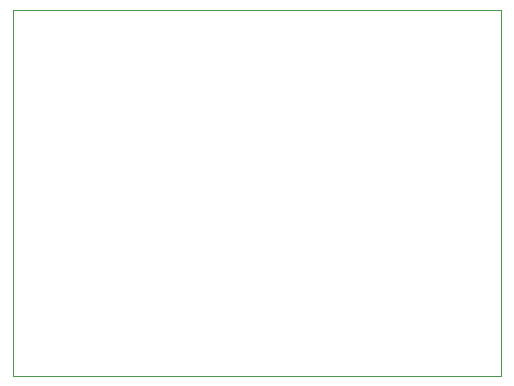
<source format=gm1>
G04 #@! TF.GenerationSoftware,KiCad,Pcbnew,(6.0.2)*
G04 #@! TF.CreationDate,2022-07-27T14:51:58+02:00*
G04 #@! TF.ProjectId,Multiplex_MOSFET,4d756c74-6970-46c6-9578-5f4d4f534645,rev?*
G04 #@! TF.SameCoordinates,Original*
G04 #@! TF.FileFunction,Profile,NP*
%FSLAX46Y46*%
G04 Gerber Fmt 4.6, Leading zero omitted, Abs format (unit mm)*
G04 Created by KiCad (PCBNEW (6.0.2)) date 2022-07-27 14:51:58*
%MOMM*%
%LPD*%
G01*
G04 APERTURE LIST*
G04 #@! TA.AperFunction,Profile*
%ADD10C,0.100000*%
G04 #@! TD*
G04 APERTURE END LIST*
D10*
X44970000Y-90220000D02*
X86310000Y-90220000D01*
X86310000Y-90220000D02*
X86310000Y-121240000D01*
X86310000Y-121240000D02*
X44970000Y-121240000D01*
X44970000Y-121240000D02*
X44970000Y-90220000D01*
M02*

</source>
